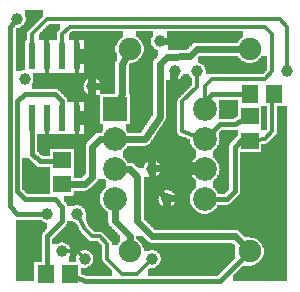
<source format=gtl>
G04 MADE WITH FRITZING*
G04 WWW.FRITZING.ORG*
G04 DOUBLE SIDED*
G04 HOLES PLATED*
G04 CONTOUR ON CENTER OF CONTOUR VECTOR*
%ASAXBY*%
%FSLAX23Y23*%
%MOIN*%
%OFA0B0*%
%SFA1.0B1.0*%
%ADD10C,0.075000*%
%ADD11C,0.039370*%
%ADD12C,0.079370*%
%ADD13R,0.059055X0.055118*%
%ADD14R,0.055118X0.059055*%
%ADD15R,0.024000X0.087000*%
%ADD16R,0.079370X0.079370*%
%ADD17C,0.024000*%
%ADD18C,0.012000*%
%ADD19C,0.016000*%
%LNCOPPER1*%
G90*
G70*
G54D10*
X326Y788D03*
X552Y482D03*
X594Y114D03*
G54D11*
X569Y740D03*
X644Y740D03*
X944Y740D03*
G54D10*
X819Y815D03*
X419Y815D03*
G54D11*
X519Y840D03*
X544Y315D03*
X194Y140D03*
X269Y115D03*
X69Y715D03*
G54D10*
X819Y140D03*
X419Y140D03*
G54D12*
X369Y615D03*
X669Y615D03*
X369Y515D03*
X669Y515D03*
X369Y415D03*
X669Y415D03*
X369Y315D03*
X669Y315D03*
G54D11*
X494Y115D03*
X244Y265D03*
X144Y265D03*
X44Y915D03*
X294Y690D03*
X494Y415D03*
G54D13*
X819Y590D03*
X819Y509D03*
G54D14*
X819Y665D03*
X900Y665D03*
G54D13*
X194Y365D03*
X194Y446D03*
G54D15*
X94Y584D03*
X144Y584D03*
X194Y584D03*
X244Y584D03*
X244Y790D03*
X194Y790D03*
X144Y790D03*
X94Y790D03*
G54D14*
X219Y65D03*
X139Y65D03*
G54D16*
X369Y615D03*
G54D17*
X494Y364D02*
X531Y328D01*
D02*
X494Y396D02*
X494Y364D01*
G54D18*
D02*
X644Y689D02*
X595Y640D01*
D02*
X595Y640D02*
X594Y540D01*
D02*
X670Y690D02*
X670Y640D01*
D02*
X194Y865D02*
X220Y889D01*
D02*
X220Y889D02*
X869Y889D01*
D02*
X869Y889D02*
X895Y865D01*
D02*
X895Y865D02*
X895Y740D01*
D02*
X895Y740D02*
X870Y715D01*
D02*
X870Y715D02*
X694Y715D01*
D02*
X694Y715D02*
X670Y690D01*
D02*
X670Y640D02*
X670Y640D01*
D02*
X194Y828D02*
X194Y865D01*
D02*
X644Y726D02*
X644Y689D01*
D02*
X594Y540D02*
X645Y523D01*
D02*
X244Y515D02*
X244Y546D01*
D02*
X144Y546D02*
X144Y515D01*
D02*
X144Y515D02*
X244Y515D01*
D02*
X244Y715D02*
X244Y752D01*
D02*
X144Y715D02*
X244Y715D01*
D02*
X144Y752D02*
X144Y715D01*
D02*
X94Y865D02*
X144Y915D01*
D02*
X144Y915D02*
X919Y915D01*
D02*
X919Y915D02*
X944Y889D01*
D02*
X944Y889D02*
X944Y753D01*
D02*
X94Y828D02*
X94Y865D01*
G54D19*
D02*
X795Y515D02*
X770Y489D01*
D02*
X770Y489D02*
X770Y340D01*
D02*
X770Y340D02*
X744Y315D01*
D02*
X744Y315D02*
X695Y315D01*
D02*
X795Y514D02*
X795Y515D01*
D02*
X770Y565D02*
X795Y578D01*
D02*
X719Y565D02*
X770Y565D01*
D02*
X695Y664D02*
X669Y640D01*
D02*
X797Y665D02*
X695Y664D01*
D02*
X669Y640D02*
X669Y640D01*
D02*
X687Y533D02*
X719Y565D01*
G54D18*
D02*
X894Y640D02*
X895Y540D01*
D02*
X895Y540D02*
X870Y515D01*
D02*
X870Y515D02*
X843Y512D01*
D02*
X894Y641D02*
X894Y640D01*
D02*
X244Y140D02*
X260Y124D01*
D02*
X208Y140D02*
X244Y140D01*
G54D17*
D02*
X770Y190D02*
X799Y160D01*
D02*
X470Y515D02*
X519Y589D01*
D02*
X644Y815D02*
X791Y815D01*
D02*
X619Y790D02*
X644Y815D01*
D02*
X544Y789D02*
X619Y790D01*
D02*
X519Y589D02*
X519Y765D01*
D02*
X420Y168D02*
X420Y190D01*
D02*
X400Y515D02*
X470Y515D01*
D02*
X394Y765D02*
X407Y789D01*
D02*
X420Y414D02*
X444Y389D01*
G54D19*
D02*
X803Y124D02*
X719Y40D01*
G54D17*
D02*
X444Y389D02*
X444Y240D01*
D02*
X444Y240D02*
X495Y190D01*
D02*
X495Y190D02*
X770Y190D01*
D02*
X400Y415D02*
X420Y414D01*
D02*
X370Y240D02*
X370Y284D01*
D02*
X394Y665D02*
X394Y765D01*
D02*
X383Y642D02*
X394Y665D01*
G54D19*
D02*
X44Y640D02*
X44Y340D01*
D02*
X169Y315D02*
X194Y289D01*
D02*
X44Y340D02*
X69Y315D01*
D02*
X169Y664D02*
X69Y665D01*
D02*
X69Y315D02*
X169Y315D01*
D02*
X69Y665D02*
X44Y640D01*
D02*
X194Y240D02*
X144Y190D01*
D02*
X144Y190D02*
X144Y90D01*
D02*
X194Y289D02*
X194Y240D01*
D02*
X194Y622D02*
X194Y640D01*
D02*
X144Y90D02*
X144Y89D01*
D02*
X94Y546D02*
X94Y465D01*
D02*
X94Y465D02*
X120Y440D01*
D02*
X120Y440D02*
X169Y440D01*
D02*
X169Y440D02*
X170Y440D01*
G54D17*
D02*
X320Y514D02*
X339Y515D01*
D02*
X218Y365D02*
X269Y364D01*
D02*
X269Y364D02*
X295Y389D01*
D02*
X295Y489D02*
X320Y514D01*
D02*
X295Y389D02*
X295Y489D01*
G54D19*
D02*
X719Y40D02*
X320Y40D01*
D02*
X269Y40D02*
X241Y54D01*
D02*
X320Y40D02*
X269Y40D01*
G54D18*
D02*
X269Y215D02*
X295Y190D01*
D02*
X295Y190D02*
X320Y190D01*
D02*
X320Y190D02*
X344Y165D01*
D02*
X344Y165D02*
X344Y115D01*
D02*
X344Y115D02*
X395Y64D01*
D02*
X395Y64D02*
X444Y64D01*
D02*
X444Y64D02*
X485Y105D01*
D02*
X250Y253D02*
X269Y215D01*
G54D19*
D02*
X44Y265D02*
X19Y290D01*
D02*
X131Y265D02*
X44Y265D01*
G54D17*
D02*
X519Y765D02*
X544Y789D01*
G54D19*
D02*
X194Y640D02*
X169Y664D01*
D02*
X20Y889D02*
X35Y905D01*
D02*
X19Y290D02*
X20Y889D01*
G54D17*
D02*
X420Y190D02*
X370Y240D01*
G36*
X72Y944D02*
X72Y922D01*
X74Y922D01*
X74Y908D01*
X72Y908D01*
X72Y904D01*
X70Y904D01*
X70Y900D01*
X68Y900D01*
X68Y898D01*
X66Y898D01*
X66Y894D01*
X62Y894D01*
X62Y892D01*
X60Y892D01*
X60Y890D01*
X58Y890D01*
X58Y888D01*
X54Y888D01*
X54Y886D01*
X46Y886D01*
X46Y884D01*
X40Y884D01*
X40Y742D01*
X62Y742D01*
X62Y744D01*
X72Y744D01*
X72Y842D01*
X74Y842D01*
X74Y844D01*
X78Y844D01*
X78Y870D01*
X80Y870D01*
X80Y874D01*
X82Y874D01*
X82Y876D01*
X84Y876D01*
X84Y878D01*
X86Y878D01*
X86Y880D01*
X88Y880D01*
X88Y882D01*
X90Y882D01*
X90Y884D01*
X92Y884D01*
X92Y886D01*
X94Y886D01*
X94Y888D01*
X96Y888D01*
X96Y890D01*
X98Y890D01*
X98Y892D01*
X100Y892D01*
X100Y894D01*
X102Y894D01*
X102Y896D01*
X104Y896D01*
X104Y898D01*
X106Y898D01*
X106Y900D01*
X108Y900D01*
X108Y902D01*
X110Y902D01*
X110Y904D01*
X112Y904D01*
X112Y906D01*
X114Y906D01*
X114Y908D01*
X116Y908D01*
X116Y910D01*
X118Y910D01*
X118Y912D01*
X120Y912D01*
X120Y914D01*
X122Y914D01*
X122Y916D01*
X124Y916D01*
X124Y918D01*
X126Y918D01*
X126Y920D01*
X128Y920D01*
X128Y922D01*
X130Y922D01*
X130Y924D01*
X132Y924D01*
X132Y944D01*
X72Y944D01*
G37*
D02*
G36*
X150Y898D02*
X150Y896D01*
X148Y896D01*
X148Y894D01*
X146Y894D01*
X146Y892D01*
X144Y892D01*
X144Y890D01*
X142Y890D01*
X142Y888D01*
X140Y888D01*
X140Y886D01*
X138Y886D01*
X138Y884D01*
X136Y884D01*
X136Y882D01*
X134Y882D01*
X134Y880D01*
X132Y880D01*
X132Y878D01*
X130Y878D01*
X130Y876D01*
X128Y876D01*
X128Y874D01*
X126Y874D01*
X126Y872D01*
X124Y872D01*
X124Y870D01*
X122Y870D01*
X122Y868D01*
X120Y868D01*
X120Y866D01*
X118Y866D01*
X118Y864D01*
X116Y864D01*
X116Y844D01*
X178Y844D01*
X178Y870D01*
X180Y870D01*
X180Y874D01*
X182Y874D01*
X182Y876D01*
X184Y876D01*
X184Y878D01*
X186Y878D01*
X186Y898D01*
X150Y898D01*
G37*
D02*
G36*
X226Y874D02*
X226Y872D01*
X224Y872D01*
X224Y870D01*
X222Y870D01*
X222Y868D01*
X220Y868D01*
X220Y866D01*
X218Y866D01*
X218Y864D01*
X216Y864D01*
X216Y844D01*
X266Y844D01*
X266Y736D01*
X98Y736D01*
X98Y720D01*
X296Y720D01*
X296Y718D01*
X304Y718D01*
X304Y716D01*
X308Y716D01*
X308Y714D01*
X310Y714D01*
X310Y712D01*
X314Y712D01*
X314Y710D01*
X316Y710D01*
X316Y706D01*
X318Y706D01*
X318Y704D01*
X320Y704D01*
X320Y700D01*
X322Y700D01*
X322Y696D01*
X324Y696D01*
X324Y684D01*
X322Y684D01*
X322Y664D01*
X370Y664D01*
X370Y666D01*
X372Y666D01*
X372Y770D01*
X374Y770D01*
X374Y774D01*
X376Y774D01*
X376Y800D01*
X374Y800D01*
X374Y806D01*
X372Y806D01*
X372Y824D01*
X374Y824D01*
X374Y828D01*
X376Y828D01*
X376Y834D01*
X378Y834D01*
X378Y836D01*
X380Y836D01*
X380Y840D01*
X382Y840D01*
X382Y842D01*
X384Y842D01*
X384Y844D01*
X386Y844D01*
X386Y848D01*
X390Y848D01*
X390Y850D01*
X392Y850D01*
X392Y852D01*
X394Y852D01*
X394Y854D01*
X398Y854D01*
X398Y874D01*
X226Y874D01*
G37*
D02*
G36*
X98Y720D02*
X98Y716D01*
X100Y716D01*
X100Y714D01*
X98Y714D01*
X98Y706D01*
X96Y706D01*
X96Y702D01*
X94Y702D01*
X94Y682D01*
X176Y682D01*
X176Y680D01*
X180Y680D01*
X180Y678D01*
X182Y678D01*
X182Y676D01*
X184Y676D01*
X184Y674D01*
X186Y674D01*
X186Y672D01*
X188Y672D01*
X188Y670D01*
X190Y670D01*
X190Y668D01*
X192Y668D01*
X192Y666D01*
X194Y666D01*
X194Y664D01*
X196Y664D01*
X196Y662D01*
X198Y662D01*
X198Y660D01*
X288Y660D01*
X288Y662D01*
X284Y662D01*
X284Y664D01*
X280Y664D01*
X280Y666D01*
X278Y666D01*
X278Y668D01*
X274Y668D01*
X274Y670D01*
X272Y670D01*
X272Y674D01*
X270Y674D01*
X270Y676D01*
X268Y676D01*
X268Y680D01*
X266Y680D01*
X266Y688D01*
X264Y688D01*
X264Y692D01*
X266Y692D01*
X266Y700D01*
X268Y700D01*
X268Y702D01*
X270Y702D01*
X270Y706D01*
X272Y706D01*
X272Y708D01*
X274Y708D01*
X274Y710D01*
X276Y710D01*
X276Y712D01*
X278Y712D01*
X278Y714D01*
X282Y714D01*
X282Y716D01*
X284Y716D01*
X284Y718D01*
X292Y718D01*
X292Y720D01*
X98Y720D01*
G37*
D02*
G36*
X300Y662D02*
X300Y660D01*
X320Y660D01*
X320Y662D01*
X300Y662D01*
G37*
D02*
G36*
X200Y660D02*
X200Y658D01*
X320Y658D01*
X320Y660D01*
X200Y660D01*
G37*
D02*
G36*
X200Y660D02*
X200Y658D01*
X320Y658D01*
X320Y660D01*
X200Y660D01*
G37*
D02*
G36*
X202Y658D02*
X202Y656D01*
X204Y656D01*
X204Y654D01*
X206Y654D01*
X206Y652D01*
X208Y652D01*
X208Y650D01*
X210Y650D01*
X210Y646D01*
X212Y646D01*
X212Y638D01*
X266Y638D01*
X266Y530D01*
X112Y530D01*
X112Y482D01*
X234Y482D01*
X234Y386D01*
X262Y386D01*
X262Y388D01*
X264Y388D01*
X264Y390D01*
X266Y390D01*
X266Y392D01*
X268Y392D01*
X268Y394D01*
X270Y394D01*
X270Y396D01*
X272Y396D01*
X272Y398D01*
X274Y398D01*
X274Y498D01*
X276Y498D01*
X276Y502D01*
X278Y502D01*
X278Y504D01*
X280Y504D01*
X280Y506D01*
X282Y506D01*
X282Y508D01*
X284Y508D01*
X284Y510D01*
X286Y510D01*
X286Y512D01*
X288Y512D01*
X288Y514D01*
X290Y514D01*
X290Y516D01*
X292Y516D01*
X292Y518D01*
X294Y518D01*
X294Y520D01*
X296Y520D01*
X296Y522D01*
X298Y522D01*
X298Y524D01*
X300Y524D01*
X300Y526D01*
X302Y526D01*
X302Y528D01*
X304Y528D01*
X304Y530D01*
X306Y530D01*
X306Y532D01*
X308Y532D01*
X308Y534D01*
X312Y534D01*
X312Y536D01*
X326Y536D01*
X326Y538D01*
X328Y538D01*
X328Y542D01*
X330Y542D01*
X330Y544D01*
X332Y544D01*
X332Y564D01*
X320Y564D01*
X320Y658D01*
X202Y658D01*
G37*
D02*
G36*
X112Y482D02*
X112Y472D01*
X114Y472D01*
X114Y470D01*
X116Y470D01*
X116Y468D01*
X118Y468D01*
X118Y466D01*
X120Y466D01*
X120Y464D01*
X122Y464D01*
X122Y462D01*
X124Y462D01*
X124Y460D01*
X126Y460D01*
X126Y458D01*
X154Y458D01*
X154Y482D01*
X112Y482D01*
G37*
D02*
G36*
X442Y874D02*
X442Y854D01*
X446Y854D01*
X446Y852D01*
X448Y852D01*
X448Y850D01*
X450Y850D01*
X450Y848D01*
X452Y848D01*
X452Y846D01*
X454Y846D01*
X454Y844D01*
X456Y844D01*
X456Y842D01*
X458Y842D01*
X458Y838D01*
X460Y838D01*
X460Y834D01*
X462Y834D01*
X462Y832D01*
X464Y832D01*
X464Y826D01*
X466Y826D01*
X466Y804D01*
X464Y804D01*
X464Y798D01*
X462Y798D01*
X462Y794D01*
X460Y794D01*
X460Y790D01*
X458Y790D01*
X458Y788D01*
X456Y788D01*
X456Y786D01*
X454Y786D01*
X454Y784D01*
X452Y784D01*
X452Y782D01*
X450Y782D01*
X450Y780D01*
X448Y780D01*
X448Y778D01*
X446Y778D01*
X446Y776D01*
X444Y776D01*
X444Y774D01*
X440Y774D01*
X440Y772D01*
X436Y772D01*
X436Y770D01*
X430Y770D01*
X430Y768D01*
X420Y768D01*
X420Y764D01*
X418Y764D01*
X418Y760D01*
X416Y760D01*
X416Y664D01*
X420Y664D01*
X420Y566D01*
X418Y566D01*
X418Y564D01*
X406Y564D01*
X406Y544D01*
X408Y544D01*
X408Y542D01*
X410Y542D01*
X410Y540D01*
X412Y540D01*
X412Y536D01*
X458Y536D01*
X458Y538D01*
X460Y538D01*
X460Y542D01*
X462Y542D01*
X462Y544D01*
X464Y544D01*
X464Y548D01*
X466Y548D01*
X466Y550D01*
X468Y550D01*
X468Y554D01*
X470Y554D01*
X470Y556D01*
X472Y556D01*
X472Y560D01*
X474Y560D01*
X474Y562D01*
X476Y562D01*
X476Y566D01*
X478Y566D01*
X478Y568D01*
X480Y568D01*
X480Y572D01*
X482Y572D01*
X482Y574D01*
X484Y574D01*
X484Y578D01*
X486Y578D01*
X486Y580D01*
X488Y580D01*
X488Y584D01*
X490Y584D01*
X490Y586D01*
X492Y586D01*
X492Y590D01*
X494Y590D01*
X494Y592D01*
X496Y592D01*
X496Y596D01*
X498Y596D01*
X498Y774D01*
X500Y774D01*
X500Y776D01*
X502Y776D01*
X502Y780D01*
X504Y780D01*
X504Y782D01*
X506Y782D01*
X506Y784D01*
X508Y784D01*
X508Y786D01*
X510Y786D01*
X510Y788D01*
X512Y788D01*
X512Y790D01*
X514Y790D01*
X514Y810D01*
X512Y810D01*
X512Y812D01*
X508Y812D01*
X508Y814D01*
X504Y814D01*
X504Y816D01*
X502Y816D01*
X502Y818D01*
X500Y818D01*
X500Y820D01*
X498Y820D01*
X498Y822D01*
X496Y822D01*
X496Y824D01*
X494Y824D01*
X494Y828D01*
X492Y828D01*
X492Y832D01*
X490Y832D01*
X490Y846D01*
X492Y846D01*
X492Y852D01*
X494Y852D01*
X494Y854D01*
X496Y854D01*
X496Y874D01*
X442Y874D01*
G37*
D02*
G36*
X544Y874D02*
X544Y852D01*
X546Y852D01*
X546Y848D01*
X548Y848D01*
X548Y840D01*
X550Y840D01*
X550Y838D01*
X548Y838D01*
X548Y812D01*
X612Y812D01*
X612Y814D01*
X614Y814D01*
X614Y816D01*
X616Y816D01*
X616Y818D01*
X618Y818D01*
X618Y820D01*
X620Y820D01*
X620Y822D01*
X622Y822D01*
X622Y824D01*
X624Y824D01*
X624Y826D01*
X626Y826D01*
X626Y828D01*
X628Y828D01*
X628Y830D01*
X630Y830D01*
X630Y832D01*
X632Y832D01*
X632Y834D01*
X636Y834D01*
X636Y836D01*
X780Y836D01*
X780Y840D01*
X782Y840D01*
X782Y842D01*
X784Y842D01*
X784Y844D01*
X786Y844D01*
X786Y848D01*
X790Y848D01*
X790Y850D01*
X792Y850D01*
X792Y852D01*
X794Y852D01*
X794Y854D01*
X798Y854D01*
X798Y874D01*
X544Y874D01*
G37*
D02*
G36*
X652Y792D02*
X652Y790D01*
X780Y790D01*
X780Y792D01*
X652Y792D01*
G37*
D02*
G36*
X650Y790D02*
X650Y788D01*
X648Y788D01*
X648Y768D01*
X808Y768D01*
X808Y770D01*
X802Y770D01*
X802Y772D01*
X800Y772D01*
X800Y774D01*
X796Y774D01*
X796Y776D01*
X792Y776D01*
X792Y778D01*
X790Y778D01*
X790Y780D01*
X788Y780D01*
X788Y782D01*
X786Y782D01*
X786Y784D01*
X784Y784D01*
X784Y786D01*
X782Y786D01*
X782Y788D01*
X780Y788D01*
X780Y790D01*
X650Y790D01*
G37*
D02*
G36*
X858Y790D02*
X858Y788D01*
X856Y788D01*
X856Y786D01*
X854Y786D01*
X854Y784D01*
X852Y784D01*
X852Y782D01*
X850Y782D01*
X850Y780D01*
X848Y780D01*
X848Y778D01*
X846Y778D01*
X846Y776D01*
X844Y776D01*
X844Y774D01*
X840Y774D01*
X840Y772D01*
X836Y772D01*
X836Y770D01*
X830Y770D01*
X830Y768D01*
X878Y768D01*
X878Y790D01*
X858Y790D01*
G37*
D02*
G36*
X654Y768D02*
X654Y766D01*
X878Y766D01*
X878Y768D01*
X654Y768D01*
G37*
D02*
G36*
X654Y768D02*
X654Y766D01*
X878Y766D01*
X878Y768D01*
X654Y768D01*
G37*
D02*
G36*
X658Y766D02*
X658Y764D01*
X660Y764D01*
X660Y762D01*
X664Y762D01*
X664Y760D01*
X666Y760D01*
X666Y756D01*
X668Y756D01*
X668Y754D01*
X670Y754D01*
X670Y750D01*
X672Y750D01*
X672Y746D01*
X674Y746D01*
X674Y730D01*
X864Y730D01*
X864Y732D01*
X866Y732D01*
X866Y734D01*
X868Y734D01*
X868Y736D01*
X870Y736D01*
X870Y738D01*
X872Y738D01*
X872Y740D01*
X874Y740D01*
X874Y742D01*
X876Y742D01*
X876Y744D01*
X878Y744D01*
X878Y766D01*
X658Y766D01*
G37*
D02*
G36*
X718Y646D02*
X718Y616D01*
X720Y616D01*
X720Y612D01*
X718Y612D01*
X718Y602D01*
X716Y602D01*
X716Y582D01*
X766Y582D01*
X766Y584D01*
X770Y584D01*
X770Y586D01*
X774Y586D01*
X774Y588D01*
X778Y588D01*
X778Y590D01*
X780Y590D01*
X780Y646D01*
X718Y646D01*
G37*
D02*
G36*
X858Y626D02*
X858Y544D01*
X878Y544D01*
X878Y626D01*
X858Y626D01*
G37*
D02*
G36*
X726Y546D02*
X726Y544D01*
X724Y544D01*
X724Y542D01*
X722Y542D01*
X722Y540D01*
X720Y540D01*
X720Y538D01*
X718Y538D01*
X718Y516D01*
X720Y516D01*
X720Y512D01*
X718Y512D01*
X718Y502D01*
X716Y502D01*
X716Y496D01*
X714Y496D01*
X714Y494D01*
X712Y494D01*
X712Y490D01*
X710Y490D01*
X710Y486D01*
X708Y486D01*
X708Y484D01*
X706Y484D01*
X706Y482D01*
X704Y482D01*
X704Y480D01*
X702Y480D01*
X702Y478D01*
X700Y478D01*
X700Y476D01*
X698Y476D01*
X698Y474D01*
X696Y474D01*
X696Y454D01*
X698Y454D01*
X698Y452D01*
X700Y452D01*
X700Y450D01*
X704Y450D01*
X704Y446D01*
X706Y446D01*
X706Y444D01*
X708Y444D01*
X708Y442D01*
X710Y442D01*
X710Y440D01*
X712Y440D01*
X712Y436D01*
X714Y436D01*
X714Y432D01*
X716Y432D01*
X716Y428D01*
X718Y428D01*
X718Y416D01*
X720Y416D01*
X720Y412D01*
X718Y412D01*
X718Y402D01*
X716Y402D01*
X716Y396D01*
X714Y396D01*
X714Y394D01*
X712Y394D01*
X712Y390D01*
X710Y390D01*
X710Y386D01*
X708Y386D01*
X708Y384D01*
X706Y384D01*
X706Y382D01*
X704Y382D01*
X704Y380D01*
X702Y380D01*
X702Y378D01*
X700Y378D01*
X700Y376D01*
X698Y376D01*
X698Y374D01*
X696Y374D01*
X696Y354D01*
X698Y354D01*
X698Y352D01*
X700Y352D01*
X700Y350D01*
X704Y350D01*
X704Y346D01*
X706Y346D01*
X706Y344D01*
X708Y344D01*
X708Y342D01*
X710Y342D01*
X710Y340D01*
X712Y340D01*
X712Y336D01*
X714Y336D01*
X714Y332D01*
X738Y332D01*
X738Y334D01*
X740Y334D01*
X740Y336D01*
X742Y336D01*
X742Y338D01*
X744Y338D01*
X744Y340D01*
X746Y340D01*
X746Y342D01*
X748Y342D01*
X748Y344D01*
X750Y344D01*
X750Y346D01*
X752Y346D01*
X752Y496D01*
X754Y496D01*
X754Y500D01*
X756Y500D01*
X756Y502D01*
X758Y502D01*
X758Y504D01*
X760Y504D01*
X760Y506D01*
X762Y506D01*
X762Y508D01*
X764Y508D01*
X764Y510D01*
X766Y510D01*
X766Y512D01*
X768Y512D01*
X768Y514D01*
X770Y514D01*
X770Y516D01*
X772Y516D01*
X772Y518D01*
X774Y518D01*
X774Y520D01*
X776Y520D01*
X776Y522D01*
X778Y522D01*
X778Y524D01*
X780Y524D01*
X780Y546D01*
X726Y546D01*
G37*
D02*
G36*
X62Y452D02*
X62Y346D01*
X64Y346D01*
X64Y344D01*
X66Y344D01*
X66Y342D01*
X68Y342D01*
X68Y340D01*
X70Y340D01*
X70Y338D01*
X72Y338D01*
X72Y336D01*
X74Y336D01*
X74Y334D01*
X76Y334D01*
X76Y332D01*
X154Y332D01*
X154Y422D01*
X112Y422D01*
X112Y424D01*
X110Y424D01*
X110Y426D01*
X106Y426D01*
X106Y428D01*
X104Y428D01*
X104Y430D01*
X102Y430D01*
X102Y432D01*
X100Y432D01*
X100Y434D01*
X98Y434D01*
X98Y436D01*
X96Y436D01*
X96Y438D01*
X94Y438D01*
X94Y440D01*
X92Y440D01*
X92Y442D01*
X90Y442D01*
X90Y444D01*
X88Y444D01*
X88Y446D01*
X86Y446D01*
X86Y448D01*
X84Y448D01*
X84Y450D01*
X82Y450D01*
X82Y452D01*
X62Y452D01*
G37*
D02*
G36*
X596Y730D02*
X596Y726D01*
X594Y726D01*
X594Y724D01*
X592Y724D01*
X592Y722D01*
X590Y722D01*
X590Y718D01*
X586Y718D01*
X586Y716D01*
X584Y716D01*
X584Y714D01*
X580Y714D01*
X580Y712D01*
X576Y712D01*
X576Y710D01*
X628Y710D01*
X628Y718D01*
X624Y718D01*
X624Y720D01*
X622Y720D01*
X622Y724D01*
X620Y724D01*
X620Y726D01*
X618Y726D01*
X618Y730D01*
X596Y730D01*
G37*
D02*
G36*
X542Y712D02*
X542Y710D01*
X562Y710D01*
X562Y712D01*
X542Y712D01*
G37*
D02*
G36*
X542Y710D02*
X542Y708D01*
X628Y708D01*
X628Y710D01*
X542Y710D01*
G37*
D02*
G36*
X542Y710D02*
X542Y708D01*
X628Y708D01*
X628Y710D01*
X542Y710D01*
G37*
D02*
G36*
X542Y708D02*
X542Y586D01*
X540Y586D01*
X540Y580D01*
X538Y580D01*
X538Y576D01*
X536Y576D01*
X536Y574D01*
X534Y574D01*
X534Y570D01*
X532Y570D01*
X532Y568D01*
X530Y568D01*
X530Y564D01*
X528Y564D01*
X528Y562D01*
X526Y562D01*
X526Y558D01*
X524Y558D01*
X524Y556D01*
X522Y556D01*
X522Y552D01*
X520Y552D01*
X520Y550D01*
X518Y550D01*
X518Y546D01*
X516Y546D01*
X516Y544D01*
X514Y544D01*
X514Y540D01*
X512Y540D01*
X512Y536D01*
X510Y536D01*
X510Y534D01*
X508Y534D01*
X508Y530D01*
X506Y530D01*
X506Y528D01*
X504Y528D01*
X504Y524D01*
X502Y524D01*
X502Y522D01*
X500Y522D01*
X500Y518D01*
X498Y518D01*
X498Y516D01*
X496Y516D01*
X496Y512D01*
X494Y512D01*
X494Y510D01*
X492Y510D01*
X492Y506D01*
X490Y506D01*
X490Y504D01*
X488Y504D01*
X488Y502D01*
X486Y502D01*
X486Y498D01*
X482Y498D01*
X482Y496D01*
X480Y496D01*
X480Y494D01*
X474Y494D01*
X474Y492D01*
X412Y492D01*
X412Y490D01*
X410Y490D01*
X410Y486D01*
X408Y486D01*
X408Y484D01*
X406Y484D01*
X406Y482D01*
X404Y482D01*
X404Y480D01*
X402Y480D01*
X402Y478D01*
X400Y478D01*
X400Y476D01*
X398Y476D01*
X398Y474D01*
X396Y474D01*
X396Y454D01*
X398Y454D01*
X398Y452D01*
X400Y452D01*
X400Y450D01*
X404Y450D01*
X404Y446D01*
X406Y446D01*
X406Y444D01*
X502Y444D01*
X502Y442D01*
X506Y442D01*
X506Y440D01*
X510Y440D01*
X510Y438D01*
X512Y438D01*
X512Y436D01*
X514Y436D01*
X514Y434D01*
X516Y434D01*
X516Y432D01*
X518Y432D01*
X518Y430D01*
X520Y430D01*
X520Y426D01*
X522Y426D01*
X522Y422D01*
X524Y422D01*
X524Y408D01*
X522Y408D01*
X522Y404D01*
X520Y404D01*
X520Y400D01*
X518Y400D01*
X518Y398D01*
X516Y398D01*
X516Y394D01*
X512Y394D01*
X512Y392D01*
X510Y392D01*
X510Y390D01*
X508Y390D01*
X508Y388D01*
X504Y388D01*
X504Y386D01*
X496Y386D01*
X496Y384D01*
X632Y384D01*
X632Y386D01*
X630Y386D01*
X630Y388D01*
X628Y388D01*
X628Y392D01*
X626Y392D01*
X626Y394D01*
X624Y394D01*
X624Y398D01*
X622Y398D01*
X622Y404D01*
X620Y404D01*
X620Y424D01*
X622Y424D01*
X622Y430D01*
X624Y430D01*
X624Y434D01*
X626Y434D01*
X626Y438D01*
X628Y438D01*
X628Y442D01*
X630Y442D01*
X630Y444D01*
X632Y444D01*
X632Y446D01*
X634Y446D01*
X634Y448D01*
X636Y448D01*
X636Y450D01*
X638Y450D01*
X638Y452D01*
X640Y452D01*
X640Y454D01*
X642Y454D01*
X642Y476D01*
X640Y476D01*
X640Y478D01*
X638Y478D01*
X638Y480D01*
X634Y480D01*
X634Y484D01*
X632Y484D01*
X632Y486D01*
X630Y486D01*
X630Y488D01*
X628Y488D01*
X628Y492D01*
X626Y492D01*
X626Y494D01*
X624Y494D01*
X624Y498D01*
X622Y498D01*
X622Y504D01*
X620Y504D01*
X620Y514D01*
X618Y514D01*
X618Y516D01*
X612Y516D01*
X612Y518D01*
X606Y518D01*
X606Y520D01*
X600Y520D01*
X600Y522D01*
X594Y522D01*
X594Y524D01*
X588Y524D01*
X588Y526D01*
X584Y526D01*
X584Y528D01*
X582Y528D01*
X582Y530D01*
X580Y530D01*
X580Y534D01*
X578Y534D01*
X578Y642D01*
X580Y642D01*
X580Y648D01*
X582Y648D01*
X582Y650D01*
X584Y650D01*
X584Y652D01*
X586Y652D01*
X586Y654D01*
X588Y654D01*
X588Y656D01*
X590Y656D01*
X590Y658D01*
X592Y658D01*
X592Y660D01*
X594Y660D01*
X594Y662D01*
X596Y662D01*
X596Y664D01*
X598Y664D01*
X598Y666D01*
X600Y666D01*
X600Y668D01*
X602Y668D01*
X602Y670D01*
X604Y670D01*
X604Y672D01*
X606Y672D01*
X606Y674D01*
X608Y674D01*
X608Y676D01*
X610Y676D01*
X610Y678D01*
X612Y678D01*
X612Y680D01*
X614Y680D01*
X614Y682D01*
X616Y682D01*
X616Y684D01*
X618Y684D01*
X618Y686D01*
X620Y686D01*
X620Y688D01*
X622Y688D01*
X622Y690D01*
X624Y690D01*
X624Y692D01*
X626Y692D01*
X626Y694D01*
X628Y694D01*
X628Y708D01*
X542Y708D01*
G37*
D02*
G36*
X910Y626D02*
X910Y532D01*
X908Y532D01*
X908Y530D01*
X906Y530D01*
X906Y528D01*
X904Y528D01*
X904Y526D01*
X902Y526D01*
X902Y524D01*
X900Y524D01*
X900Y522D01*
X898Y522D01*
X898Y520D01*
X896Y520D01*
X896Y518D01*
X894Y518D01*
X894Y516D01*
X892Y516D01*
X892Y514D01*
X890Y514D01*
X890Y512D01*
X888Y512D01*
X888Y510D01*
X886Y510D01*
X886Y508D01*
X884Y508D01*
X884Y506D01*
X882Y506D01*
X882Y504D01*
X880Y504D01*
X880Y502D01*
X878Y502D01*
X878Y500D01*
X874Y500D01*
X874Y498D01*
X858Y498D01*
X858Y472D01*
X788Y472D01*
X788Y336D01*
X786Y336D01*
X786Y330D01*
X784Y330D01*
X784Y328D01*
X782Y328D01*
X782Y326D01*
X780Y326D01*
X780Y324D01*
X778Y324D01*
X778Y322D01*
X776Y322D01*
X776Y320D01*
X774Y320D01*
X774Y318D01*
X772Y318D01*
X772Y316D01*
X770Y316D01*
X770Y314D01*
X768Y314D01*
X768Y312D01*
X766Y312D01*
X766Y310D01*
X764Y310D01*
X764Y308D01*
X762Y308D01*
X762Y306D01*
X760Y306D01*
X760Y304D01*
X758Y304D01*
X758Y302D01*
X756Y302D01*
X756Y300D01*
X754Y300D01*
X754Y298D01*
X748Y298D01*
X748Y296D01*
X714Y296D01*
X714Y294D01*
X712Y294D01*
X712Y290D01*
X710Y290D01*
X710Y286D01*
X708Y286D01*
X708Y284D01*
X706Y284D01*
X706Y282D01*
X704Y282D01*
X704Y280D01*
X702Y280D01*
X702Y278D01*
X700Y278D01*
X700Y276D01*
X698Y276D01*
X698Y274D01*
X694Y274D01*
X694Y272D01*
X690Y272D01*
X690Y270D01*
X688Y270D01*
X688Y268D01*
X682Y268D01*
X682Y266D01*
X672Y266D01*
X672Y264D01*
X944Y264D01*
X944Y626D01*
X910Y626D01*
G37*
D02*
G36*
X408Y444D02*
X408Y442D01*
X410Y442D01*
X410Y440D01*
X412Y440D01*
X412Y436D01*
X426Y436D01*
X426Y434D01*
X432Y434D01*
X432Y432D01*
X434Y432D01*
X434Y430D01*
X436Y430D01*
X436Y428D01*
X438Y428D01*
X438Y426D01*
X440Y426D01*
X440Y424D01*
X442Y424D01*
X442Y422D01*
X444Y422D01*
X444Y420D01*
X446Y420D01*
X446Y418D01*
X466Y418D01*
X466Y424D01*
X468Y424D01*
X468Y428D01*
X470Y428D01*
X470Y430D01*
X472Y430D01*
X472Y434D01*
X474Y434D01*
X474Y436D01*
X476Y436D01*
X476Y438D01*
X480Y438D01*
X480Y440D01*
X482Y440D01*
X482Y442D01*
X488Y442D01*
X488Y444D01*
X408Y444D01*
G37*
D02*
G36*
X466Y388D02*
X466Y384D01*
X494Y384D01*
X494Y386D01*
X486Y386D01*
X486Y388D01*
X466Y388D01*
G37*
D02*
G36*
X466Y384D02*
X466Y382D01*
X634Y382D01*
X634Y384D01*
X466Y384D01*
G37*
D02*
G36*
X466Y384D02*
X466Y382D01*
X634Y382D01*
X634Y384D01*
X466Y384D01*
G37*
D02*
G36*
X466Y382D02*
X466Y344D01*
X552Y344D01*
X552Y342D01*
X556Y342D01*
X556Y340D01*
X560Y340D01*
X560Y338D01*
X562Y338D01*
X562Y336D01*
X564Y336D01*
X564Y334D01*
X566Y334D01*
X566Y332D01*
X568Y332D01*
X568Y330D01*
X570Y330D01*
X570Y326D01*
X572Y326D01*
X572Y322D01*
X574Y322D01*
X574Y308D01*
X572Y308D01*
X572Y304D01*
X570Y304D01*
X570Y300D01*
X568Y300D01*
X568Y298D01*
X566Y298D01*
X566Y294D01*
X562Y294D01*
X562Y292D01*
X560Y292D01*
X560Y290D01*
X558Y290D01*
X558Y288D01*
X554Y288D01*
X554Y286D01*
X546Y286D01*
X546Y284D01*
X632Y284D01*
X632Y286D01*
X630Y286D01*
X630Y288D01*
X628Y288D01*
X628Y292D01*
X626Y292D01*
X626Y294D01*
X624Y294D01*
X624Y298D01*
X622Y298D01*
X622Y304D01*
X620Y304D01*
X620Y324D01*
X622Y324D01*
X622Y330D01*
X624Y330D01*
X624Y334D01*
X626Y334D01*
X626Y338D01*
X628Y338D01*
X628Y342D01*
X630Y342D01*
X630Y344D01*
X632Y344D01*
X632Y346D01*
X634Y346D01*
X634Y348D01*
X636Y348D01*
X636Y350D01*
X638Y350D01*
X638Y352D01*
X640Y352D01*
X640Y354D01*
X642Y354D01*
X642Y376D01*
X640Y376D01*
X640Y378D01*
X638Y378D01*
X638Y380D01*
X634Y380D01*
X634Y382D01*
X466Y382D01*
G37*
D02*
G36*
X466Y344D02*
X466Y284D01*
X544Y284D01*
X544Y286D01*
X536Y286D01*
X536Y288D01*
X532Y288D01*
X532Y290D01*
X528Y290D01*
X528Y292D01*
X526Y292D01*
X526Y294D01*
X524Y294D01*
X524Y296D01*
X522Y296D01*
X522Y298D01*
X520Y298D01*
X520Y302D01*
X518Y302D01*
X518Y304D01*
X516Y304D01*
X516Y312D01*
X514Y312D01*
X514Y316D01*
X516Y316D01*
X516Y324D01*
X518Y324D01*
X518Y328D01*
X520Y328D01*
X520Y330D01*
X522Y330D01*
X522Y334D01*
X524Y334D01*
X524Y336D01*
X526Y336D01*
X526Y338D01*
X530Y338D01*
X530Y340D01*
X532Y340D01*
X532Y342D01*
X538Y342D01*
X538Y344D01*
X466Y344D01*
G37*
D02*
G36*
X466Y284D02*
X466Y282D01*
X634Y282D01*
X634Y284D01*
X466Y284D01*
G37*
D02*
G36*
X466Y284D02*
X466Y282D01*
X634Y282D01*
X634Y284D01*
X466Y284D01*
G37*
D02*
G36*
X466Y282D02*
X466Y264D01*
X668Y264D01*
X668Y266D01*
X656Y266D01*
X656Y268D01*
X652Y268D01*
X652Y270D01*
X648Y270D01*
X648Y272D01*
X644Y272D01*
X644Y274D01*
X642Y274D01*
X642Y276D01*
X640Y276D01*
X640Y278D01*
X638Y278D01*
X638Y280D01*
X634Y280D01*
X634Y282D01*
X466Y282D01*
G37*
D02*
G36*
X466Y264D02*
X466Y262D01*
X944Y262D01*
X944Y264D01*
X466Y264D01*
G37*
D02*
G36*
X466Y264D02*
X466Y262D01*
X944Y262D01*
X944Y264D01*
X466Y264D01*
G37*
D02*
G36*
X466Y262D02*
X466Y248D01*
X468Y248D01*
X468Y246D01*
X470Y246D01*
X470Y244D01*
X472Y244D01*
X472Y242D01*
X474Y242D01*
X474Y240D01*
X476Y240D01*
X476Y238D01*
X478Y238D01*
X478Y236D01*
X480Y236D01*
X480Y234D01*
X482Y234D01*
X482Y232D01*
X484Y232D01*
X484Y230D01*
X486Y230D01*
X486Y228D01*
X488Y228D01*
X488Y226D01*
X490Y226D01*
X490Y224D01*
X492Y224D01*
X492Y222D01*
X494Y222D01*
X494Y220D01*
X496Y220D01*
X496Y218D01*
X498Y218D01*
X498Y216D01*
X500Y216D01*
X500Y214D01*
X502Y214D01*
X502Y212D01*
X774Y212D01*
X774Y210D01*
X780Y210D01*
X780Y208D01*
X784Y208D01*
X784Y206D01*
X786Y206D01*
X786Y204D01*
X788Y204D01*
X788Y202D01*
X790Y202D01*
X790Y200D01*
X792Y200D01*
X792Y198D01*
X794Y198D01*
X794Y196D01*
X796Y196D01*
X796Y194D01*
X798Y194D01*
X798Y192D01*
X800Y192D01*
X800Y190D01*
X802Y190D01*
X802Y188D01*
X820Y188D01*
X820Y186D01*
X832Y186D01*
X832Y184D01*
X836Y184D01*
X836Y182D01*
X840Y182D01*
X840Y180D01*
X844Y180D01*
X844Y178D01*
X846Y178D01*
X846Y176D01*
X848Y176D01*
X848Y174D01*
X850Y174D01*
X850Y172D01*
X852Y172D01*
X852Y170D01*
X854Y170D01*
X854Y168D01*
X856Y168D01*
X856Y166D01*
X858Y166D01*
X858Y164D01*
X860Y164D01*
X860Y160D01*
X862Y160D01*
X862Y156D01*
X864Y156D01*
X864Y150D01*
X866Y150D01*
X866Y128D01*
X864Y128D01*
X864Y122D01*
X862Y122D01*
X862Y120D01*
X860Y120D01*
X860Y116D01*
X858Y116D01*
X858Y112D01*
X856Y112D01*
X856Y110D01*
X854Y110D01*
X854Y108D01*
X852Y108D01*
X852Y106D01*
X850Y106D01*
X850Y104D01*
X848Y104D01*
X848Y102D01*
X844Y102D01*
X844Y100D01*
X842Y100D01*
X842Y98D01*
X838Y98D01*
X838Y96D01*
X834Y96D01*
X834Y94D01*
X828Y94D01*
X828Y92D01*
X796Y92D01*
X796Y90D01*
X794Y90D01*
X794Y88D01*
X792Y88D01*
X792Y86D01*
X790Y86D01*
X790Y84D01*
X788Y84D01*
X788Y82D01*
X786Y82D01*
X786Y80D01*
X784Y80D01*
X784Y78D01*
X782Y78D01*
X782Y76D01*
X780Y76D01*
X780Y74D01*
X778Y74D01*
X778Y72D01*
X776Y72D01*
X776Y70D01*
X774Y70D01*
X774Y68D01*
X772Y68D01*
X772Y66D01*
X770Y66D01*
X770Y64D01*
X768Y64D01*
X768Y62D01*
X766Y62D01*
X766Y60D01*
X764Y60D01*
X764Y40D01*
X944Y40D01*
X944Y262D01*
X466Y262D01*
G37*
D02*
G36*
X314Y380D02*
X314Y376D01*
X312Y376D01*
X312Y374D01*
X310Y374D01*
X310Y372D01*
X308Y372D01*
X308Y370D01*
X306Y370D01*
X306Y368D01*
X304Y368D01*
X304Y366D01*
X302Y366D01*
X302Y364D01*
X300Y364D01*
X300Y362D01*
X298Y362D01*
X298Y360D01*
X296Y360D01*
X296Y358D01*
X294Y358D01*
X294Y356D01*
X292Y356D01*
X292Y354D01*
X290Y354D01*
X290Y352D01*
X288Y352D01*
X288Y350D01*
X284Y350D01*
X284Y348D01*
X282Y348D01*
X282Y346D01*
X280Y346D01*
X280Y344D01*
X274Y344D01*
X274Y342D01*
X234Y342D01*
X234Y328D01*
X232Y328D01*
X232Y326D01*
X202Y326D01*
X202Y306D01*
X204Y306D01*
X204Y304D01*
X206Y304D01*
X206Y302D01*
X208Y302D01*
X208Y298D01*
X210Y298D01*
X210Y294D01*
X252Y294D01*
X252Y292D01*
X256Y292D01*
X256Y290D01*
X260Y290D01*
X260Y288D01*
X262Y288D01*
X262Y286D01*
X264Y286D01*
X264Y284D01*
X266Y284D01*
X266Y282D01*
X268Y282D01*
X268Y280D01*
X270Y280D01*
X270Y276D01*
X272Y276D01*
X272Y272D01*
X274Y272D01*
X274Y240D01*
X276Y240D01*
X276Y236D01*
X278Y236D01*
X278Y232D01*
X280Y232D01*
X280Y228D01*
X282Y228D01*
X282Y224D01*
X284Y224D01*
X284Y222D01*
X286Y222D01*
X286Y220D01*
X288Y220D01*
X288Y218D01*
X290Y218D01*
X290Y216D01*
X292Y216D01*
X292Y214D01*
X294Y214D01*
X294Y212D01*
X296Y212D01*
X296Y210D01*
X298Y210D01*
X298Y208D01*
X300Y208D01*
X300Y206D01*
X322Y206D01*
X322Y204D01*
X328Y204D01*
X328Y202D01*
X330Y202D01*
X330Y200D01*
X332Y200D01*
X332Y198D01*
X334Y198D01*
X334Y196D01*
X336Y196D01*
X336Y194D01*
X338Y194D01*
X338Y192D01*
X340Y192D01*
X340Y190D01*
X342Y190D01*
X342Y188D01*
X344Y188D01*
X344Y186D01*
X346Y186D01*
X346Y184D01*
X348Y184D01*
X348Y182D01*
X350Y182D01*
X350Y180D01*
X352Y180D01*
X352Y178D01*
X354Y178D01*
X354Y176D01*
X356Y176D01*
X356Y174D01*
X358Y174D01*
X358Y170D01*
X360Y170D01*
X360Y162D01*
X380Y162D01*
X380Y166D01*
X382Y166D01*
X382Y168D01*
X384Y168D01*
X384Y170D01*
X386Y170D01*
X386Y172D01*
X388Y172D01*
X388Y192D01*
X386Y192D01*
X386Y194D01*
X384Y194D01*
X384Y196D01*
X382Y196D01*
X382Y198D01*
X380Y198D01*
X380Y200D01*
X378Y200D01*
X378Y202D01*
X376Y202D01*
X376Y204D01*
X374Y204D01*
X374Y206D01*
X372Y206D01*
X372Y208D01*
X370Y208D01*
X370Y210D01*
X368Y210D01*
X368Y212D01*
X366Y212D01*
X366Y214D01*
X364Y214D01*
X364Y216D01*
X362Y216D01*
X362Y218D01*
X360Y218D01*
X360Y220D01*
X358Y220D01*
X358Y222D01*
X356Y222D01*
X356Y224D01*
X354Y224D01*
X354Y226D01*
X352Y226D01*
X352Y228D01*
X350Y228D01*
X350Y234D01*
X348Y234D01*
X348Y272D01*
X344Y272D01*
X344Y274D01*
X342Y274D01*
X342Y276D01*
X340Y276D01*
X340Y278D01*
X338Y278D01*
X338Y280D01*
X334Y280D01*
X334Y284D01*
X332Y284D01*
X332Y286D01*
X330Y286D01*
X330Y288D01*
X328Y288D01*
X328Y292D01*
X326Y292D01*
X326Y294D01*
X324Y294D01*
X324Y298D01*
X322Y298D01*
X322Y304D01*
X320Y304D01*
X320Y324D01*
X322Y324D01*
X322Y330D01*
X324Y330D01*
X324Y334D01*
X326Y334D01*
X326Y338D01*
X328Y338D01*
X328Y342D01*
X330Y342D01*
X330Y344D01*
X332Y344D01*
X332Y346D01*
X334Y346D01*
X334Y348D01*
X336Y348D01*
X336Y350D01*
X338Y350D01*
X338Y352D01*
X340Y352D01*
X340Y354D01*
X342Y354D01*
X342Y376D01*
X340Y376D01*
X340Y378D01*
X338Y378D01*
X338Y380D01*
X314Y380D01*
G37*
D02*
G36*
X212Y294D02*
X212Y290D01*
X232Y290D01*
X232Y292D01*
X238Y292D01*
X238Y294D01*
X212Y294D01*
G37*
D02*
G36*
X40Y246D02*
X40Y40D01*
X102Y40D01*
X102Y104D01*
X126Y104D01*
X126Y194D01*
X128Y194D01*
X128Y198D01*
X130Y198D01*
X130Y202D01*
X132Y202D01*
X132Y204D01*
X134Y204D01*
X134Y206D01*
X136Y206D01*
X136Y208D01*
X138Y208D01*
X138Y210D01*
X140Y210D01*
X140Y212D01*
X142Y212D01*
X142Y214D01*
X144Y214D01*
X144Y236D01*
X136Y236D01*
X136Y238D01*
X132Y238D01*
X132Y240D01*
X128Y240D01*
X128Y242D01*
X126Y242D01*
X126Y244D01*
X124Y244D01*
X124Y246D01*
X40Y246D01*
G37*
D02*
G36*
X212Y240D02*
X212Y232D01*
X210Y232D01*
X210Y230D01*
X208Y230D01*
X208Y226D01*
X206Y226D01*
X206Y224D01*
X204Y224D01*
X204Y222D01*
X202Y222D01*
X202Y220D01*
X200Y220D01*
X200Y218D01*
X198Y218D01*
X198Y216D01*
X196Y216D01*
X196Y214D01*
X194Y214D01*
X194Y212D01*
X192Y212D01*
X192Y210D01*
X190Y210D01*
X190Y208D01*
X188Y208D01*
X188Y206D01*
X186Y206D01*
X186Y204D01*
X184Y204D01*
X184Y202D01*
X182Y202D01*
X182Y200D01*
X180Y200D01*
X180Y198D01*
X178Y198D01*
X178Y196D01*
X176Y196D01*
X176Y194D01*
X174Y194D01*
X174Y192D01*
X172Y192D01*
X172Y190D01*
X170Y190D01*
X170Y188D01*
X168Y188D01*
X168Y186D01*
X166Y186D01*
X166Y184D01*
X164Y184D01*
X164Y182D01*
X162Y182D01*
X162Y170D01*
X196Y170D01*
X196Y168D01*
X204Y168D01*
X204Y166D01*
X208Y166D01*
X208Y164D01*
X210Y164D01*
X210Y162D01*
X214Y162D01*
X214Y160D01*
X216Y160D01*
X216Y156D01*
X218Y156D01*
X218Y154D01*
X220Y154D01*
X220Y150D01*
X222Y150D01*
X222Y146D01*
X224Y146D01*
X224Y144D01*
X276Y144D01*
X276Y142D01*
X282Y142D01*
X282Y140D01*
X284Y140D01*
X284Y138D01*
X286Y138D01*
X286Y136D01*
X290Y136D01*
X290Y134D01*
X292Y134D01*
X292Y130D01*
X294Y130D01*
X294Y128D01*
X296Y128D01*
X296Y124D01*
X298Y124D01*
X298Y116D01*
X300Y116D01*
X300Y114D01*
X298Y114D01*
X298Y106D01*
X296Y106D01*
X296Y102D01*
X294Y102D01*
X294Y98D01*
X292Y98D01*
X292Y96D01*
X290Y96D01*
X290Y94D01*
X288Y94D01*
X288Y92D01*
X286Y92D01*
X286Y90D01*
X282Y90D01*
X282Y88D01*
X278Y88D01*
X278Y86D01*
X270Y86D01*
X270Y84D01*
X258Y84D01*
X258Y64D01*
X262Y64D01*
X262Y62D01*
X266Y62D01*
X266Y60D01*
X270Y60D01*
X270Y58D01*
X360Y58D01*
X360Y78D01*
X358Y78D01*
X358Y80D01*
X356Y80D01*
X356Y82D01*
X354Y82D01*
X354Y84D01*
X352Y84D01*
X352Y86D01*
X350Y86D01*
X350Y88D01*
X348Y88D01*
X348Y90D01*
X346Y90D01*
X346Y92D01*
X344Y92D01*
X344Y94D01*
X342Y94D01*
X342Y96D01*
X340Y96D01*
X340Y98D01*
X338Y98D01*
X338Y100D01*
X336Y100D01*
X336Y102D01*
X334Y102D01*
X334Y104D01*
X332Y104D01*
X332Y106D01*
X330Y106D01*
X330Y110D01*
X328Y110D01*
X328Y160D01*
X326Y160D01*
X326Y162D01*
X324Y162D01*
X324Y164D01*
X322Y164D01*
X322Y166D01*
X320Y166D01*
X320Y168D01*
X318Y168D01*
X318Y170D01*
X316Y170D01*
X316Y172D01*
X314Y172D01*
X314Y174D01*
X288Y174D01*
X288Y176D01*
X284Y176D01*
X284Y178D01*
X282Y178D01*
X282Y180D01*
X280Y180D01*
X280Y182D01*
X278Y182D01*
X278Y184D01*
X276Y184D01*
X276Y186D01*
X274Y186D01*
X274Y188D01*
X272Y188D01*
X272Y190D01*
X270Y190D01*
X270Y192D01*
X268Y192D01*
X268Y194D01*
X266Y194D01*
X266Y196D01*
X264Y196D01*
X264Y198D01*
X262Y198D01*
X262Y200D01*
X260Y200D01*
X260Y202D01*
X258Y202D01*
X258Y204D01*
X256Y204D01*
X256Y208D01*
X254Y208D01*
X254Y212D01*
X252Y212D01*
X252Y216D01*
X250Y216D01*
X250Y220D01*
X248Y220D01*
X248Y224D01*
X246Y224D01*
X246Y228D01*
X244Y228D01*
X244Y232D01*
X242Y232D01*
X242Y236D01*
X236Y236D01*
X236Y238D01*
X232Y238D01*
X232Y240D01*
X212Y240D01*
G37*
D02*
G36*
X162Y170D02*
X162Y164D01*
X182Y164D01*
X182Y166D01*
X184Y166D01*
X184Y168D01*
X192Y168D01*
X192Y170D01*
X162Y170D01*
G37*
D02*
G36*
X224Y144D02*
X224Y134D01*
X222Y134D01*
X222Y128D01*
X220Y128D01*
X220Y124D01*
X218Y124D01*
X218Y104D01*
X240Y104D01*
X240Y122D01*
X242Y122D01*
X242Y126D01*
X244Y126D01*
X244Y130D01*
X246Y130D01*
X246Y132D01*
X248Y132D01*
X248Y134D01*
X250Y134D01*
X250Y136D01*
X252Y136D01*
X252Y138D01*
X254Y138D01*
X254Y140D01*
X258Y140D01*
X258Y142D01*
X262Y142D01*
X262Y144D01*
X224Y144D01*
G37*
D02*
G36*
X442Y192D02*
X442Y180D01*
X444Y180D01*
X444Y178D01*
X446Y178D01*
X446Y176D01*
X448Y176D01*
X448Y174D01*
X450Y174D01*
X450Y172D01*
X452Y172D01*
X452Y170D01*
X454Y170D01*
X454Y168D01*
X456Y168D01*
X456Y166D01*
X458Y166D01*
X458Y164D01*
X460Y164D01*
X460Y160D01*
X462Y160D01*
X462Y156D01*
X464Y156D01*
X464Y150D01*
X466Y150D01*
X466Y144D01*
X502Y144D01*
X502Y142D01*
X506Y142D01*
X506Y140D01*
X510Y140D01*
X510Y138D01*
X512Y138D01*
X512Y136D01*
X514Y136D01*
X514Y134D01*
X516Y134D01*
X516Y132D01*
X518Y132D01*
X518Y130D01*
X520Y130D01*
X520Y126D01*
X522Y126D01*
X522Y122D01*
X524Y122D01*
X524Y108D01*
X522Y108D01*
X522Y104D01*
X520Y104D01*
X520Y100D01*
X518Y100D01*
X518Y98D01*
X516Y98D01*
X516Y94D01*
X512Y94D01*
X512Y92D01*
X510Y92D01*
X510Y90D01*
X508Y90D01*
X508Y88D01*
X504Y88D01*
X504Y86D01*
X496Y86D01*
X496Y84D01*
X486Y84D01*
X486Y82D01*
X484Y82D01*
X484Y80D01*
X482Y80D01*
X482Y78D01*
X480Y78D01*
X480Y58D01*
X714Y58D01*
X714Y60D01*
X716Y60D01*
X716Y62D01*
X718Y62D01*
X718Y64D01*
X720Y64D01*
X720Y66D01*
X722Y66D01*
X722Y68D01*
X724Y68D01*
X724Y70D01*
X726Y70D01*
X726Y72D01*
X728Y72D01*
X728Y74D01*
X730Y74D01*
X730Y76D01*
X732Y76D01*
X732Y78D01*
X734Y78D01*
X734Y80D01*
X736Y80D01*
X736Y82D01*
X738Y82D01*
X738Y84D01*
X740Y84D01*
X740Y86D01*
X742Y86D01*
X742Y88D01*
X744Y88D01*
X744Y90D01*
X746Y90D01*
X746Y92D01*
X748Y92D01*
X748Y94D01*
X750Y94D01*
X750Y96D01*
X752Y96D01*
X752Y98D01*
X754Y98D01*
X754Y100D01*
X756Y100D01*
X756Y102D01*
X758Y102D01*
X758Y104D01*
X760Y104D01*
X760Y106D01*
X762Y106D01*
X762Y108D01*
X764Y108D01*
X764Y110D01*
X766Y110D01*
X766Y112D01*
X768Y112D01*
X768Y114D01*
X770Y114D01*
X770Y116D01*
X772Y116D01*
X772Y158D01*
X770Y158D01*
X770Y160D01*
X768Y160D01*
X768Y162D01*
X766Y162D01*
X766Y164D01*
X764Y164D01*
X764Y166D01*
X762Y166D01*
X762Y168D01*
X488Y168D01*
X488Y170D01*
X484Y170D01*
X484Y172D01*
X480Y172D01*
X480Y174D01*
X478Y174D01*
X478Y176D01*
X476Y176D01*
X476Y178D01*
X474Y178D01*
X474Y180D01*
X472Y180D01*
X472Y182D01*
X470Y182D01*
X470Y184D01*
X468Y184D01*
X468Y186D01*
X466Y186D01*
X466Y188D01*
X464Y188D01*
X464Y190D01*
X462Y190D01*
X462Y192D01*
X442Y192D01*
G37*
D02*
G36*
X466Y144D02*
X466Y142D01*
X488Y142D01*
X488Y144D01*
X466Y144D01*
G37*
D02*
G36*
X616Y439D02*
X648Y439D01*
X648Y394D01*
X616Y394D01*
X616Y439D01*
G37*
D02*
G36*
X531Y310D02*
X556Y310D01*
X556Y284D01*
X531Y284D01*
X531Y310D01*
G37*
D02*
G36*
X550Y329D02*
X574Y329D01*
X574Y304D01*
X550Y304D01*
X550Y329D01*
G37*
D02*
G36*
X524Y853D02*
X550Y853D01*
X550Y828D01*
X524Y828D01*
X524Y853D01*
G37*
D02*
G36*
X555Y734D02*
X580Y734D01*
X580Y710D01*
X555Y710D01*
X555Y734D01*
G37*
D02*
G36*
X481Y448D02*
X506Y448D01*
X506Y424D01*
X481Y424D01*
X481Y448D01*
G37*
D02*
G36*
X500Y429D02*
X524Y429D01*
X524Y404D01*
X500Y404D01*
X500Y429D01*
G37*
D02*
G36*
X235Y642D02*
X252Y642D01*
X252Y586D01*
X235Y586D01*
X235Y642D01*
G37*
D02*
G36*
X244Y609D02*
X266Y609D01*
X266Y560D01*
X244Y560D01*
X244Y609D01*
G37*
D02*
G36*
X235Y848D02*
X252Y848D01*
X252Y792D01*
X235Y792D01*
X235Y848D01*
G37*
D02*
G36*
X244Y815D02*
X266Y815D01*
X266Y766D01*
X244Y766D01*
X244Y815D01*
G37*
D02*
G36*
X135Y848D02*
X152Y848D01*
X152Y792D01*
X135Y792D01*
X135Y848D01*
G37*
D02*
G36*
X281Y724D02*
X306Y724D01*
X306Y698D01*
X281Y698D01*
X281Y724D01*
G37*
D02*
G36*
X281Y684D02*
X306Y684D01*
X306Y660D01*
X281Y660D01*
X281Y684D01*
G37*
D02*
G36*
X300Y703D02*
X324Y703D01*
X324Y678D01*
X300Y678D01*
X300Y703D01*
G37*
D02*
G04 End of Copper1*
M02*
</source>
